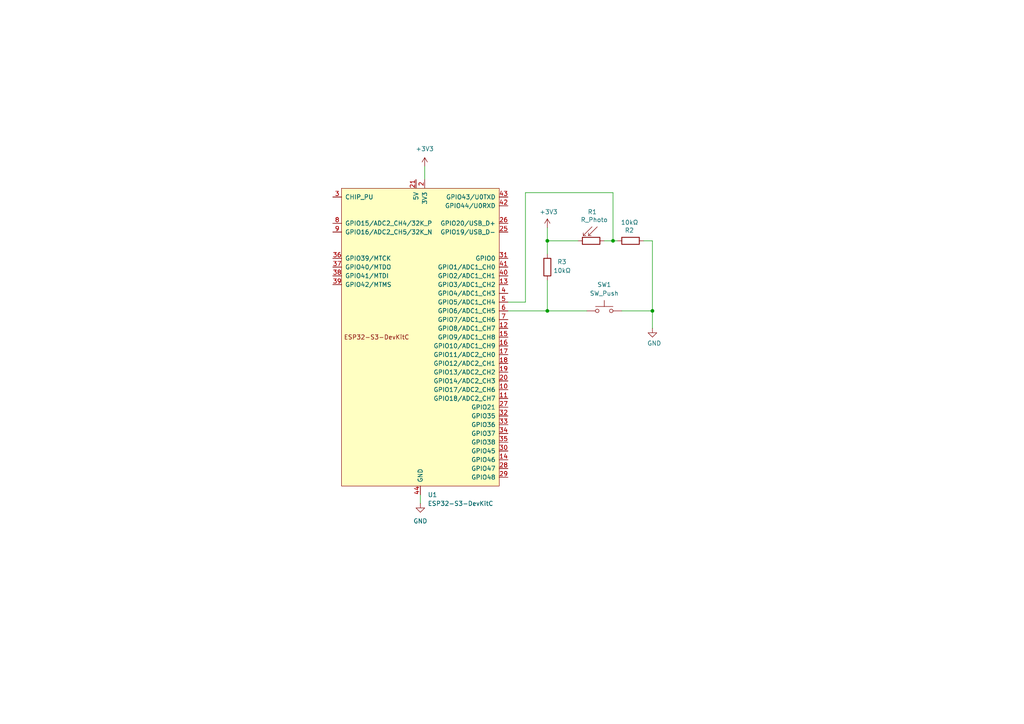
<source format=kicad_sch>
(kicad_sch (version 20250114) (generator "eeschema") (generator_version "9.0")
  (paper "A4")
  (lib_symbols
    (symbol "Device:R" (pin_numbers (hide yes)) (pin_names (offset 0))
      (property "Reference" "R" (at 2.032 0 90))
      (property "Value" "R" (at 0 0 90))
      (symbol "R_0_1"
        (rectangle (start -1.016 -2.54) (end 1.016 2.54) (stroke (width 0.254)))
      )
      (symbol "R_1_1"
        (pin passive line (at 0 3.81 270) (length 1.27) (name "~") (number "1"))
        (pin passive line (at 0 -3.81 90) (length 1.27) (name "~") (number "2"))
      )
    )
    (symbol "Device:R_Photo" (pin_numbers (hide yes)) (pin_names (offset 0))
      (property "Reference" "R" (at 1.27 1.27 0))
      (property "Value" "R_Photo" (at 1.27 0 0))
      (symbol "R_Photo_0_1"
        (polyline (pts (xy -1.524 -0.762) (xy -4.064 1.778)))
        (polyline (pts (xy -1.524 -0.762) (xy -2.286 -0.762)))
        (polyline (pts (xy -1.524 -0.762) (xy -1.524 0)))
        (polyline (pts (xy -1.524 -2.286) (xy -4.064 0.254)))
        (polyline (pts (xy -1.524 -2.286) (xy -2.286 -2.286)))
        (polyline (pts (xy -1.524 -2.286) (xy -1.524 -1.524)))
        (rectangle (start -1.016 2.54) (end 1.016 -2.54) (stroke (width 0.254)))
      )
      (symbol "R_Photo_1_1"
        (pin passive line (at 0 3.81 270) (length 1.27) (name "~") (number "1"))
        (pin passive line (at 0 -3.81 90) (length 1.27) (name "~") (number "2"))
      )
    )
    (symbol "PCM_Espressif:ESP32-S3-DevKitC" (pin_names (offset 1.016))
      (property "Reference" "U" (at -22.86 48.26 0))
      (property "Value" "ESP32-S3-DevKitC" (at -22.86 45.72 0))
      (symbol "ESP32-S3-DevKitC_0_0"
        (text "ESP32-S3-DevKitC" (at -12.7 0 0) (effects (font (size 1.27 1.27))))
        (pin bidirectional line (at -25.4 15.24 0) (length 2.54) (name "GPIO42/MTMS") (number "39"))
        (pin power_in line (at 0 -45.72 90) (length 2.54) (name "GND") (number "44"))
        (pin bidirectional line (at 25.4 40.64 180) (length 2.54) (name "GPIO43/U0TXD") (number "43"))
        (pin bidirectional line (at 25.4 38.1 180) (length 2.54) (name "GPIO44/U0RXD") (number "42"))
        (pin bidirectional line (at 25.4 20.32 180) (length 2.54) (name "GPIO1/ADC1_CH0") (number "41"))
        (pin bidirectional line (at 25.4 17.78 180) (length 2.54) (name "GPIO2/ADC1_CH1") (number "40"))
        (pin bidirectional line (at 25.4 -10.16 180) (length 2.54) (name "GPIO13/ADC2_CH2") (number "19"))
        (pin bidirectional line (at 25.4 -35.56 180) (length 2.54) (name "GPIO46") (number "14"))
      )
      (symbol "ESP32-S3-DevKitC_0_1"
        (rectangle (start -22.86 43.18) (end 22.86 -43.18) (fill (type background)))
        (pin power_in line (at 1.27 45.72 270) (length 2.54) (name "3V3") (number "2"))
      )
      (symbol "ESP32-S3-DevKitC_1_1"
        (pin input line (at -25.4 40.64 0) (length 2.54) (name "CHIP_PU") (number "3"))
        (pin bidirectional line (at -25.4 33.02 0) (length 2.54) (name "GPIO15/ADC2_CH4/32K_P") (number "8"))
        (pin bidirectional line (at -25.4 30.48 0) (length 2.54) (name "GPIO16/ADC2_CH5/32K_N") (number "9"))
        (pin bidirectional line (at -25.4 22.86 0) (length 2.54) (name "GPIO39/MTCK") (number "36"))
        (pin bidirectional line (at -25.4 20.32 0) (length 2.54) (name "GPIO40/MTDO") (number "37"))
        (pin bidirectional line (at -25.4 17.78 0) (length 2.54) (name "GPIO41/MTDI") (number "38"))
        (pin power_in line (at -1.27 45.72 270) (length 2.54) (name "5V") (number "21"))
        (pin passive line (at 0 -45.72 90) (length 2.54) (hide yes) (name "GND") (number "22"))
        (pin passive line (at 0 -45.72 90) (length 2.54) (hide yes) (name "GND") (number "23"))
        (pin passive line (at 0 -45.72 90) (length 2.54) (hide yes) (name "GND") (number "24"))
        (pin passive line (at 1.27 45.72 270) (length 2.54) (hide yes) (name "3V3") (number "1"))
        (pin bidirectional line (at 25.4 33.02 180) (length 2.54) (name "GPIO20/USB_D+") (number "26"))
        (pin bidirectional line (at 25.4 30.48 180) (length 2.54) (name "GPIO19/USB_D-") (number "25"))
        (pin bidirectional line (at 25.4 22.86 180) (length 2.54) (name "GPIO0") (number "31"))
        (pin bidirectional line (at 25.4 15.24 180) (length 2.54) (name "GPIO3/ADC1_CH2") (number "13"))
        (pin bidirectional line (at 25.4 12.7 180) (length 2.54) (name "GPIO4/ADC1_CH3") (number "4"))
        (pin bidirectional line (at 25.4 10.16 180) (length 2.54) (name "GPIO5/ADC1_CH4") (number "5"))
        (pin bidirectional line (at 25.4 7.62 180) (length 2.54) (name "GPIO6/ADC1_CH5") (number "6"))
        (pin bidirectional line (at 25.4 5.08 180) (length 2.54) (name "GPIO7/ADC1_CH6") (number "7"))
        (pin bidirectional line (at 25.4 2.54 180) (length 2.54) (name "GPIO8/ADC1_CH7") (number "12"))
        (pin bidirectional line (at 25.4 0 180) (length 2.54) (name "GPIO9/ADC1_CH8") (number "15"))
        (pin bidirectional line (at 25.4 -2.54 180) (length 2.54) (name "GPIO10/ADC1_CH9") (number "16"))
        (pin bidirectional line (at 25.4 -5.08 180) (length 2.54) (name "GPIO11/ADC2_CH0") (number "17"))
        (pin bidirectional line (at 25.4 -7.62 180) (length 2.54) (name "GPIO12/ADC2_CH1") (number "18"))
        (pin bidirectional line (at 25.4 -12.7 180) (length 2.54) (name "GPIO14/ADC2_CH3") (number "20"))
        (pin bidirectional line (at 25.4 -15.24 180) (length 2.54) (name "GPIO17/ADC2_CH6") (number "10"))
        (pin bidirectional line (at 25.4 -17.78 180) (length 2.54) (name "GPIO18/ADC2_CH7") (number "11"))
        (pin bidirectional line (at 25.4 -20.32 180) (length 2.54) (name "GPIO21") (number "27"))
        (pin bidirectional line (at 25.4 -22.86 180) (length 2.54) (name "GPIO35") (number "32"))
        (pin bidirectional line (at 25.4 -25.4 180) (length 2.54) (name "GPIO36") (number "33"))
        (pin bidirectional line (at 25.4 -27.94 180) (length 2.54) (name "GPIO37") (number "34"))
        (pin bidirectional line (at 25.4 -30.48 180) (length 2.54) (name "GPIO38") (number "35"))
        (pin bidirectional line (at 25.4 -33.02 180) (length 2.54) (name "GPIO45") (number "30"))
        (pin bidirectional line (at 25.4 -38.1 180) (length 2.54) (name "GPIO47") (number "28"))
        (pin bidirectional line (at 25.4 -40.64 180) (length 2.54) (name "GPIO48") (number "29"))
      )
    )
    (symbol "Switch:SW_Push" (pin_numbers (hide yes)) (pin_names (offset 1.016) (hide yes))
      (property "Reference" "SW" (at 1.27 2.54 0))
      (property "Value" "SW_Push" (at 0 -1.524 0))
      (symbol "SW_Push_0_1"
        (circle (center -2.032 0) (radius 0.508))
        (polyline (pts (xy 0 1.27) (xy 0 3.048)))
        (circle (center 2.032 0) (radius 0.508))
        (polyline (pts (xy 2.54 1.27) (xy -2.54 1.27)))
        (pin passive line (at -5.08 0 0) (length 2.54) (name "1") (number "1"))
        (pin passive line (at 5.08 0 180) (length 2.54) (name "2") (number "2"))
      )
    )
    (symbol "power:+3V3" (power) (pin_numbers (hide yes)) (pin_names (offset 0) (hide yes))
      (property "Value" "+3V3" (at 0 3.556 0))
      (symbol "+3V3_0_1"
        (polyline (pts (xy -0.762 1.27) (xy 0 2.54)))
        (polyline (pts (xy 0 2.54) (xy 0.762 1.27)))
        (polyline (pts (xy 0 0) (xy 0 2.54)))
      )
      (symbol "+3V3_1_1"
        (pin power_in line (at 0 0 90) (length 0) (name "~") (number "1"))
      )
    )
    (symbol "power:GND" (power) (pin_numbers (hide yes)) (pin_names (offset 0) (hide yes))
      (property "Value" "GND" (at 0 -3.81 0))
      (symbol "GND_0_1"
        (polyline (pts (xy 0 0) (xy 0 -1.27) (xy 1.27 -1.27) (xy 0 -2.54) (xy -1.27 -1.27) (xy 0 -1.27)))
      )
      (symbol "GND_1_1"
        (pin power_in line (at 0 0 270) (length 0) (name "~") (number "1"))
      )
    )
  )
  (junction (at 189.23 90.17))
  (junction (at 158.75 90.17))
  (junction (at 158.75 69.85))
  (junction (at 177.8 69.85))
  (wire (pts (xy 152.4 55.88) (xy 177.8 55.88)))
  (wire (pts (xy 177.8 69.85) (xy 179.07 69.85)))
  (wire (pts (xy 152.4 87.63) (xy 152.4 55.88)))
  (wire (pts (xy 158.75 90.17) (xy 158.75 81.28)))
  (wire (pts (xy 180.34 90.17) (xy 189.23 90.17)))
  (wire (pts (xy 170.18 90.17) (xy 158.75 90.17)))
  (wire (pts (xy 189.23 90.17) (xy 189.23 95.25)))
  (wire (pts (xy 177.8 55.88) (xy 177.8 69.85)))
  (wire (pts (xy 147.32 87.63) (xy 152.4 87.63)))
  (wire (pts (xy 147.32 90.17) (xy 158.75 90.17)))
  (wire (pts (xy 158.75 73.66) (xy 158.75 69.85)))
  (wire (pts (xy 121.92 146.05) (xy 121.92 143.51)))
  (wire (pts (xy 123.19 48.26) (xy 123.19 52.07)))
  (wire (pts (xy 189.23 69.85) (xy 186.69 69.85)))
  (wire (pts (xy 189.23 69.85) (xy 189.23 90.17)))
  (wire (pts (xy 158.75 66.04) (xy 158.75 69.85)))
  (wire (pts (xy 158.75 69.85) (xy 167.64 69.85)))
  (wire (pts (xy 175.26 69.85) (xy 177.8 69.85)))
  (symbol (lib_id "Device:R") (at 158.75 77.47 0) (unit 1)
    (property "Reference" "R3" (at 164.338 75.946 0) (effects (justify right)))
    (property "Value" "10kΩ" (at 165.608 78.486 0) (effects (justify right)))
    (property "Description" "Resistor" (effects (hide yes)))
  )
  (symbol (lib_id "power:+3V3") (at 158.75 66.04 0) (unit 1)
    (property "Reference" "#PWR06" (effects (hide yes)))
    (property "Value" "+3V3" (at 156.464 61.468 0) (effects (justify left)))
    (property "Description" "Power symbol creates a global label with name \"+3V3\"" (effects (hide yes)))
  )
  (symbol (lib_id "power:+3V3") (at 123.19 48.26 0) (unit 1)
    (property "Reference" "#PWR02" (effects (hide yes)))
    (property "Value" "+3V3" (at 123.19 43.18 0))
    (property "Description" "Power symbol creates a global label with name \"+3V3\"" (effects (hide yes)))
  )
  (symbol (lib_id "Switch:SW_Push") (at 175.26 90.17 0) (unit 1)
    (property "Reference" "SW1" (at 175.26 82.55 0))
    (property "Value" "SW_Push" (at 175.26 85.09 0))
    (property "Description" "Push button switch, generic, two pins" (effects (hide yes)))
  )
  (symbol (lib_id "Device:R") (at 182.88 69.85 90) (unit 1)
    (property "Reference" "R2" (at 183.896 66.802 90) (effects (justify left)))
    (property "Value" "10kΩ" (at 185.166 64.516 90) (effects (justify left)))
    (property "Description" "Resistor" (effects (hide yes)))
  )
  (symbol (lib_id "PCM_Espressif:ESP32-S3-DevKitC") (at 121.92 97.79 0) (unit 1)
    (property "Reference" "U1" (at 124.0633 143.51 0) (effects (justify left)))
    (property "Value" "ESP32-S3-DevKitC" (at 124.0633 146.05 0) (effects (justify left)))
    (property "Footprint" "PCM_Espressif:ESP32-S3-DevKitC" (effects (hide yes)))
    (property "Description" "ESP32-S3-DevKitC" (effects (hide yes)))
  )
  (symbol (lib_id "Device:R_Photo") (at 171.45 69.85 270) (unit 1)
    (property "Reference" "R1" (at 170.434 61.468 90) (effects (justify left)))
    (property "Value" "R_Photo" (at 168.402 63.754 90) (effects (justify left)))
    (property "Description" "Photoresistor" (effects (hide yes)))
  )
  (symbol (lib_id "power:GND") (at 189.23 95.25 0) (unit 1)
    (property "Reference" "#PWR03" (effects (hide yes)))
    (property "Value" "GND" (at 187.706 99.568 0) (effects (justify left)))
    (property "Description" "Power symbol creates a global label with name \"GND\" , ground" (effects (hide yes)))
  )
  (symbol (lib_id "power:GND") (at 121.92 146.05 0) (unit 1)
    (property "Reference" "#PWR01" (effects (hide yes)))
    (property "Value" "GND" (at 121.92 151.13 0))
    (property "Description" "Power symbol creates a global label with name \"GND\" , ground" (effects (hide yes)))
  )
)
</source>
